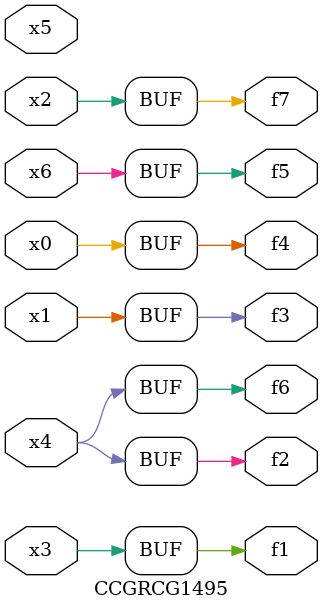
<source format=v>
module CCGRCG1495(
	input x0, x1, x2, x3, x4, x5, x6,
	output f1, f2, f3, f4, f5, f6, f7
);
	assign f1 = x3;
	assign f2 = x4;
	assign f3 = x1;
	assign f4 = x0;
	assign f5 = x6;
	assign f6 = x4;
	assign f7 = x2;
endmodule

</source>
